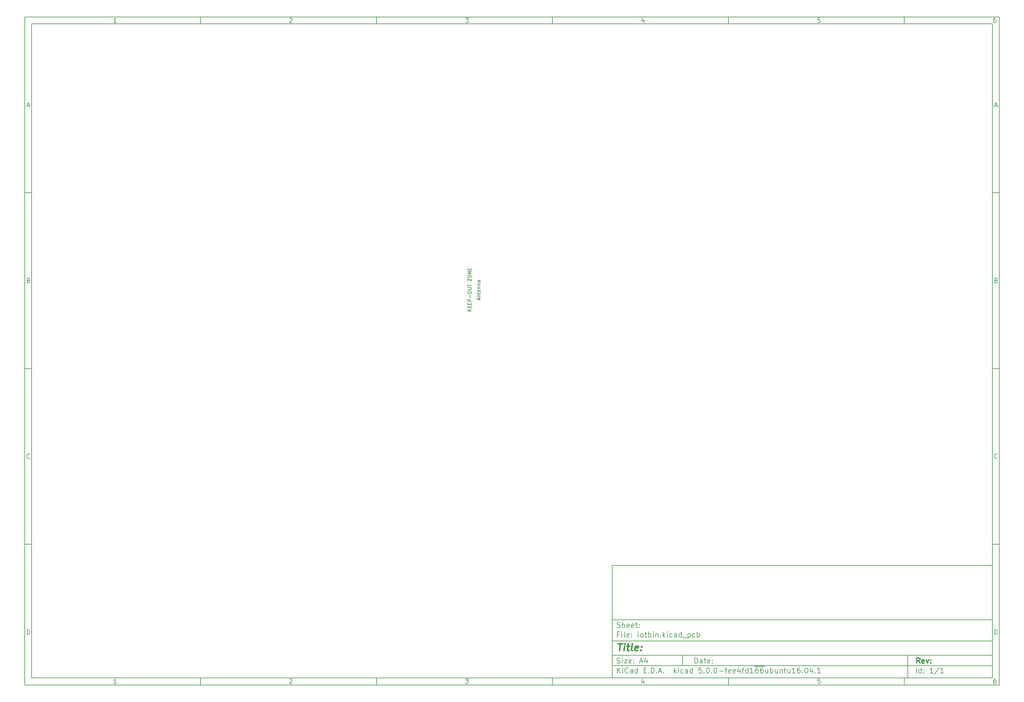
<source format=gbr>
G04 #@! TF.GenerationSoftware,KiCad,Pcbnew,5.0.0-fee4fd1~66~ubuntu16.04.1*
G04 #@! TF.CreationDate,2018-09-18T23:27:24+02:00*
G04 #@! TF.ProjectId,iotbin,696F7462696E2E6B696361645F706362,rev?*
G04 #@! TF.SameCoordinates,Original*
G04 #@! TF.FileFunction,Other,Comment*
%FSLAX46Y46*%
G04 Gerber Fmt 4.6, Leading zero omitted, Abs format (unit mm)*
G04 Created by KiCad (PCBNEW 5.0.0-fee4fd1~66~ubuntu16.04.1) date Tue Sep 18 23:27:24 2018*
%MOMM*%
%LPD*%
G01*
G04 APERTURE LIST*
%ADD10C,0.100000*%
%ADD11C,0.150000*%
%ADD12C,0.300000*%
%ADD13C,0.400000*%
G04 APERTURE END LIST*
D10*
D11*
X177002200Y-166007200D02*
X177002200Y-198007200D01*
X285002200Y-198007200D01*
X285002200Y-166007200D01*
X177002200Y-166007200D01*
D10*
D11*
X10000000Y-10000000D02*
X10000000Y-200007200D01*
X287002200Y-200007200D01*
X287002200Y-10000000D01*
X10000000Y-10000000D01*
D10*
D11*
X12000000Y-12000000D02*
X12000000Y-198007200D01*
X285002200Y-198007200D01*
X285002200Y-12000000D01*
X12000000Y-12000000D01*
D10*
D11*
X60000000Y-12000000D02*
X60000000Y-10000000D01*
D10*
D11*
X110000000Y-12000000D02*
X110000000Y-10000000D01*
D10*
D11*
X160000000Y-12000000D02*
X160000000Y-10000000D01*
D10*
D11*
X210000000Y-12000000D02*
X210000000Y-10000000D01*
D10*
D11*
X260000000Y-12000000D02*
X260000000Y-10000000D01*
D10*
D11*
X36065476Y-11588095D02*
X35322619Y-11588095D01*
X35694047Y-11588095D02*
X35694047Y-10288095D01*
X35570238Y-10473809D01*
X35446428Y-10597619D01*
X35322619Y-10659523D01*
D10*
D11*
X85322619Y-10411904D02*
X85384523Y-10350000D01*
X85508333Y-10288095D01*
X85817857Y-10288095D01*
X85941666Y-10350000D01*
X86003571Y-10411904D01*
X86065476Y-10535714D01*
X86065476Y-10659523D01*
X86003571Y-10845238D01*
X85260714Y-11588095D01*
X86065476Y-11588095D01*
D10*
D11*
X135260714Y-10288095D02*
X136065476Y-10288095D01*
X135632142Y-10783333D01*
X135817857Y-10783333D01*
X135941666Y-10845238D01*
X136003571Y-10907142D01*
X136065476Y-11030952D01*
X136065476Y-11340476D01*
X136003571Y-11464285D01*
X135941666Y-11526190D01*
X135817857Y-11588095D01*
X135446428Y-11588095D01*
X135322619Y-11526190D01*
X135260714Y-11464285D01*
D10*
D11*
X185941666Y-10721428D02*
X185941666Y-11588095D01*
X185632142Y-10226190D02*
X185322619Y-11154761D01*
X186127380Y-11154761D01*
D10*
D11*
X236003571Y-10288095D02*
X235384523Y-10288095D01*
X235322619Y-10907142D01*
X235384523Y-10845238D01*
X235508333Y-10783333D01*
X235817857Y-10783333D01*
X235941666Y-10845238D01*
X236003571Y-10907142D01*
X236065476Y-11030952D01*
X236065476Y-11340476D01*
X236003571Y-11464285D01*
X235941666Y-11526190D01*
X235817857Y-11588095D01*
X235508333Y-11588095D01*
X235384523Y-11526190D01*
X235322619Y-11464285D01*
D10*
D11*
X285941666Y-10288095D02*
X285694047Y-10288095D01*
X285570238Y-10350000D01*
X285508333Y-10411904D01*
X285384523Y-10597619D01*
X285322619Y-10845238D01*
X285322619Y-11340476D01*
X285384523Y-11464285D01*
X285446428Y-11526190D01*
X285570238Y-11588095D01*
X285817857Y-11588095D01*
X285941666Y-11526190D01*
X286003571Y-11464285D01*
X286065476Y-11340476D01*
X286065476Y-11030952D01*
X286003571Y-10907142D01*
X285941666Y-10845238D01*
X285817857Y-10783333D01*
X285570238Y-10783333D01*
X285446428Y-10845238D01*
X285384523Y-10907142D01*
X285322619Y-11030952D01*
D10*
D11*
X60000000Y-198007200D02*
X60000000Y-200007200D01*
D10*
D11*
X110000000Y-198007200D02*
X110000000Y-200007200D01*
D10*
D11*
X160000000Y-198007200D02*
X160000000Y-200007200D01*
D10*
D11*
X210000000Y-198007200D02*
X210000000Y-200007200D01*
D10*
D11*
X260000000Y-198007200D02*
X260000000Y-200007200D01*
D10*
D11*
X36065476Y-199595295D02*
X35322619Y-199595295D01*
X35694047Y-199595295D02*
X35694047Y-198295295D01*
X35570238Y-198481009D01*
X35446428Y-198604819D01*
X35322619Y-198666723D01*
D10*
D11*
X85322619Y-198419104D02*
X85384523Y-198357200D01*
X85508333Y-198295295D01*
X85817857Y-198295295D01*
X85941666Y-198357200D01*
X86003571Y-198419104D01*
X86065476Y-198542914D01*
X86065476Y-198666723D01*
X86003571Y-198852438D01*
X85260714Y-199595295D01*
X86065476Y-199595295D01*
D10*
D11*
X135260714Y-198295295D02*
X136065476Y-198295295D01*
X135632142Y-198790533D01*
X135817857Y-198790533D01*
X135941666Y-198852438D01*
X136003571Y-198914342D01*
X136065476Y-199038152D01*
X136065476Y-199347676D01*
X136003571Y-199471485D01*
X135941666Y-199533390D01*
X135817857Y-199595295D01*
X135446428Y-199595295D01*
X135322619Y-199533390D01*
X135260714Y-199471485D01*
D10*
D11*
X185941666Y-198728628D02*
X185941666Y-199595295D01*
X185632142Y-198233390D02*
X185322619Y-199161961D01*
X186127380Y-199161961D01*
D10*
D11*
X236003571Y-198295295D02*
X235384523Y-198295295D01*
X235322619Y-198914342D01*
X235384523Y-198852438D01*
X235508333Y-198790533D01*
X235817857Y-198790533D01*
X235941666Y-198852438D01*
X236003571Y-198914342D01*
X236065476Y-199038152D01*
X236065476Y-199347676D01*
X236003571Y-199471485D01*
X235941666Y-199533390D01*
X235817857Y-199595295D01*
X235508333Y-199595295D01*
X235384523Y-199533390D01*
X235322619Y-199471485D01*
D10*
D11*
X285941666Y-198295295D02*
X285694047Y-198295295D01*
X285570238Y-198357200D01*
X285508333Y-198419104D01*
X285384523Y-198604819D01*
X285322619Y-198852438D01*
X285322619Y-199347676D01*
X285384523Y-199471485D01*
X285446428Y-199533390D01*
X285570238Y-199595295D01*
X285817857Y-199595295D01*
X285941666Y-199533390D01*
X286003571Y-199471485D01*
X286065476Y-199347676D01*
X286065476Y-199038152D01*
X286003571Y-198914342D01*
X285941666Y-198852438D01*
X285817857Y-198790533D01*
X285570238Y-198790533D01*
X285446428Y-198852438D01*
X285384523Y-198914342D01*
X285322619Y-199038152D01*
D10*
D11*
X10000000Y-60000000D02*
X12000000Y-60000000D01*
D10*
D11*
X10000000Y-110000000D02*
X12000000Y-110000000D01*
D10*
D11*
X10000000Y-160000000D02*
X12000000Y-160000000D01*
D10*
D11*
X10690476Y-35216666D02*
X11309523Y-35216666D01*
X10566666Y-35588095D02*
X11000000Y-34288095D01*
X11433333Y-35588095D01*
D10*
D11*
X11092857Y-84907142D02*
X11278571Y-84969047D01*
X11340476Y-85030952D01*
X11402380Y-85154761D01*
X11402380Y-85340476D01*
X11340476Y-85464285D01*
X11278571Y-85526190D01*
X11154761Y-85588095D01*
X10659523Y-85588095D01*
X10659523Y-84288095D01*
X11092857Y-84288095D01*
X11216666Y-84350000D01*
X11278571Y-84411904D01*
X11340476Y-84535714D01*
X11340476Y-84659523D01*
X11278571Y-84783333D01*
X11216666Y-84845238D01*
X11092857Y-84907142D01*
X10659523Y-84907142D01*
D10*
D11*
X11402380Y-135464285D02*
X11340476Y-135526190D01*
X11154761Y-135588095D01*
X11030952Y-135588095D01*
X10845238Y-135526190D01*
X10721428Y-135402380D01*
X10659523Y-135278571D01*
X10597619Y-135030952D01*
X10597619Y-134845238D01*
X10659523Y-134597619D01*
X10721428Y-134473809D01*
X10845238Y-134350000D01*
X11030952Y-134288095D01*
X11154761Y-134288095D01*
X11340476Y-134350000D01*
X11402380Y-134411904D01*
D10*
D11*
X10659523Y-185588095D02*
X10659523Y-184288095D01*
X10969047Y-184288095D01*
X11154761Y-184350000D01*
X11278571Y-184473809D01*
X11340476Y-184597619D01*
X11402380Y-184845238D01*
X11402380Y-185030952D01*
X11340476Y-185278571D01*
X11278571Y-185402380D01*
X11154761Y-185526190D01*
X10969047Y-185588095D01*
X10659523Y-185588095D01*
D10*
D11*
X287002200Y-60000000D02*
X285002200Y-60000000D01*
D10*
D11*
X287002200Y-110000000D02*
X285002200Y-110000000D01*
D10*
D11*
X287002200Y-160000000D02*
X285002200Y-160000000D01*
D10*
D11*
X285692676Y-35216666D02*
X286311723Y-35216666D01*
X285568866Y-35588095D02*
X286002200Y-34288095D01*
X286435533Y-35588095D01*
D10*
D11*
X286095057Y-84907142D02*
X286280771Y-84969047D01*
X286342676Y-85030952D01*
X286404580Y-85154761D01*
X286404580Y-85340476D01*
X286342676Y-85464285D01*
X286280771Y-85526190D01*
X286156961Y-85588095D01*
X285661723Y-85588095D01*
X285661723Y-84288095D01*
X286095057Y-84288095D01*
X286218866Y-84350000D01*
X286280771Y-84411904D01*
X286342676Y-84535714D01*
X286342676Y-84659523D01*
X286280771Y-84783333D01*
X286218866Y-84845238D01*
X286095057Y-84907142D01*
X285661723Y-84907142D01*
D10*
D11*
X286404580Y-135464285D02*
X286342676Y-135526190D01*
X286156961Y-135588095D01*
X286033152Y-135588095D01*
X285847438Y-135526190D01*
X285723628Y-135402380D01*
X285661723Y-135278571D01*
X285599819Y-135030952D01*
X285599819Y-134845238D01*
X285661723Y-134597619D01*
X285723628Y-134473809D01*
X285847438Y-134350000D01*
X286033152Y-134288095D01*
X286156961Y-134288095D01*
X286342676Y-134350000D01*
X286404580Y-134411904D01*
D10*
D11*
X285661723Y-185588095D02*
X285661723Y-184288095D01*
X285971247Y-184288095D01*
X286156961Y-184350000D01*
X286280771Y-184473809D01*
X286342676Y-184597619D01*
X286404580Y-184845238D01*
X286404580Y-185030952D01*
X286342676Y-185278571D01*
X286280771Y-185402380D01*
X286156961Y-185526190D01*
X285971247Y-185588095D01*
X285661723Y-185588095D01*
D10*
D11*
X200434342Y-193785771D02*
X200434342Y-192285771D01*
X200791485Y-192285771D01*
X201005771Y-192357200D01*
X201148628Y-192500057D01*
X201220057Y-192642914D01*
X201291485Y-192928628D01*
X201291485Y-193142914D01*
X201220057Y-193428628D01*
X201148628Y-193571485D01*
X201005771Y-193714342D01*
X200791485Y-193785771D01*
X200434342Y-193785771D01*
X202577200Y-193785771D02*
X202577200Y-193000057D01*
X202505771Y-192857200D01*
X202362914Y-192785771D01*
X202077200Y-192785771D01*
X201934342Y-192857200D01*
X202577200Y-193714342D02*
X202434342Y-193785771D01*
X202077200Y-193785771D01*
X201934342Y-193714342D01*
X201862914Y-193571485D01*
X201862914Y-193428628D01*
X201934342Y-193285771D01*
X202077200Y-193214342D01*
X202434342Y-193214342D01*
X202577200Y-193142914D01*
X203077200Y-192785771D02*
X203648628Y-192785771D01*
X203291485Y-192285771D02*
X203291485Y-193571485D01*
X203362914Y-193714342D01*
X203505771Y-193785771D01*
X203648628Y-193785771D01*
X204720057Y-193714342D02*
X204577200Y-193785771D01*
X204291485Y-193785771D01*
X204148628Y-193714342D01*
X204077200Y-193571485D01*
X204077200Y-193000057D01*
X204148628Y-192857200D01*
X204291485Y-192785771D01*
X204577200Y-192785771D01*
X204720057Y-192857200D01*
X204791485Y-193000057D01*
X204791485Y-193142914D01*
X204077200Y-193285771D01*
X205434342Y-193642914D02*
X205505771Y-193714342D01*
X205434342Y-193785771D01*
X205362914Y-193714342D01*
X205434342Y-193642914D01*
X205434342Y-193785771D01*
X205434342Y-192857200D02*
X205505771Y-192928628D01*
X205434342Y-193000057D01*
X205362914Y-192928628D01*
X205434342Y-192857200D01*
X205434342Y-193000057D01*
D10*
D11*
X177002200Y-194507200D02*
X285002200Y-194507200D01*
D10*
D11*
X178434342Y-196585771D02*
X178434342Y-195085771D01*
X179291485Y-196585771D02*
X178648628Y-195728628D01*
X179291485Y-195085771D02*
X178434342Y-195942914D01*
X179934342Y-196585771D02*
X179934342Y-195585771D01*
X179934342Y-195085771D02*
X179862914Y-195157200D01*
X179934342Y-195228628D01*
X180005771Y-195157200D01*
X179934342Y-195085771D01*
X179934342Y-195228628D01*
X181505771Y-196442914D02*
X181434342Y-196514342D01*
X181220057Y-196585771D01*
X181077200Y-196585771D01*
X180862914Y-196514342D01*
X180720057Y-196371485D01*
X180648628Y-196228628D01*
X180577200Y-195942914D01*
X180577200Y-195728628D01*
X180648628Y-195442914D01*
X180720057Y-195300057D01*
X180862914Y-195157200D01*
X181077200Y-195085771D01*
X181220057Y-195085771D01*
X181434342Y-195157200D01*
X181505771Y-195228628D01*
X182791485Y-196585771D02*
X182791485Y-195800057D01*
X182720057Y-195657200D01*
X182577200Y-195585771D01*
X182291485Y-195585771D01*
X182148628Y-195657200D01*
X182791485Y-196514342D02*
X182648628Y-196585771D01*
X182291485Y-196585771D01*
X182148628Y-196514342D01*
X182077200Y-196371485D01*
X182077200Y-196228628D01*
X182148628Y-196085771D01*
X182291485Y-196014342D01*
X182648628Y-196014342D01*
X182791485Y-195942914D01*
X184148628Y-196585771D02*
X184148628Y-195085771D01*
X184148628Y-196514342D02*
X184005771Y-196585771D01*
X183720057Y-196585771D01*
X183577200Y-196514342D01*
X183505771Y-196442914D01*
X183434342Y-196300057D01*
X183434342Y-195871485D01*
X183505771Y-195728628D01*
X183577200Y-195657200D01*
X183720057Y-195585771D01*
X184005771Y-195585771D01*
X184148628Y-195657200D01*
X186005771Y-195800057D02*
X186505771Y-195800057D01*
X186720057Y-196585771D02*
X186005771Y-196585771D01*
X186005771Y-195085771D01*
X186720057Y-195085771D01*
X187362914Y-196442914D02*
X187434342Y-196514342D01*
X187362914Y-196585771D01*
X187291485Y-196514342D01*
X187362914Y-196442914D01*
X187362914Y-196585771D01*
X188077200Y-196585771D02*
X188077200Y-195085771D01*
X188434342Y-195085771D01*
X188648628Y-195157200D01*
X188791485Y-195300057D01*
X188862914Y-195442914D01*
X188934342Y-195728628D01*
X188934342Y-195942914D01*
X188862914Y-196228628D01*
X188791485Y-196371485D01*
X188648628Y-196514342D01*
X188434342Y-196585771D01*
X188077200Y-196585771D01*
X189577200Y-196442914D02*
X189648628Y-196514342D01*
X189577200Y-196585771D01*
X189505771Y-196514342D01*
X189577200Y-196442914D01*
X189577200Y-196585771D01*
X190220057Y-196157200D02*
X190934342Y-196157200D01*
X190077200Y-196585771D02*
X190577200Y-195085771D01*
X191077200Y-196585771D01*
X191577200Y-196442914D02*
X191648628Y-196514342D01*
X191577200Y-196585771D01*
X191505771Y-196514342D01*
X191577200Y-196442914D01*
X191577200Y-196585771D01*
X194577200Y-196585771D02*
X194577200Y-195085771D01*
X194720057Y-196014342D02*
X195148628Y-196585771D01*
X195148628Y-195585771D02*
X194577200Y-196157200D01*
X195791485Y-196585771D02*
X195791485Y-195585771D01*
X195791485Y-195085771D02*
X195720057Y-195157200D01*
X195791485Y-195228628D01*
X195862914Y-195157200D01*
X195791485Y-195085771D01*
X195791485Y-195228628D01*
X197148628Y-196514342D02*
X197005771Y-196585771D01*
X196720057Y-196585771D01*
X196577200Y-196514342D01*
X196505771Y-196442914D01*
X196434342Y-196300057D01*
X196434342Y-195871485D01*
X196505771Y-195728628D01*
X196577200Y-195657200D01*
X196720057Y-195585771D01*
X197005771Y-195585771D01*
X197148628Y-195657200D01*
X198434342Y-196585771D02*
X198434342Y-195800057D01*
X198362914Y-195657200D01*
X198220057Y-195585771D01*
X197934342Y-195585771D01*
X197791485Y-195657200D01*
X198434342Y-196514342D02*
X198291485Y-196585771D01*
X197934342Y-196585771D01*
X197791485Y-196514342D01*
X197720057Y-196371485D01*
X197720057Y-196228628D01*
X197791485Y-196085771D01*
X197934342Y-196014342D01*
X198291485Y-196014342D01*
X198434342Y-195942914D01*
X199791485Y-196585771D02*
X199791485Y-195085771D01*
X199791485Y-196514342D02*
X199648628Y-196585771D01*
X199362914Y-196585771D01*
X199220057Y-196514342D01*
X199148628Y-196442914D01*
X199077200Y-196300057D01*
X199077200Y-195871485D01*
X199148628Y-195728628D01*
X199220057Y-195657200D01*
X199362914Y-195585771D01*
X199648628Y-195585771D01*
X199791485Y-195657200D01*
X202362914Y-195085771D02*
X201648628Y-195085771D01*
X201577200Y-195800057D01*
X201648628Y-195728628D01*
X201791485Y-195657200D01*
X202148628Y-195657200D01*
X202291485Y-195728628D01*
X202362914Y-195800057D01*
X202434342Y-195942914D01*
X202434342Y-196300057D01*
X202362914Y-196442914D01*
X202291485Y-196514342D01*
X202148628Y-196585771D01*
X201791485Y-196585771D01*
X201648628Y-196514342D01*
X201577200Y-196442914D01*
X203077200Y-196442914D02*
X203148628Y-196514342D01*
X203077200Y-196585771D01*
X203005771Y-196514342D01*
X203077200Y-196442914D01*
X203077200Y-196585771D01*
X204077200Y-195085771D02*
X204220057Y-195085771D01*
X204362914Y-195157200D01*
X204434342Y-195228628D01*
X204505771Y-195371485D01*
X204577200Y-195657200D01*
X204577200Y-196014342D01*
X204505771Y-196300057D01*
X204434342Y-196442914D01*
X204362914Y-196514342D01*
X204220057Y-196585771D01*
X204077200Y-196585771D01*
X203934342Y-196514342D01*
X203862914Y-196442914D01*
X203791485Y-196300057D01*
X203720057Y-196014342D01*
X203720057Y-195657200D01*
X203791485Y-195371485D01*
X203862914Y-195228628D01*
X203934342Y-195157200D01*
X204077200Y-195085771D01*
X205220057Y-196442914D02*
X205291485Y-196514342D01*
X205220057Y-196585771D01*
X205148628Y-196514342D01*
X205220057Y-196442914D01*
X205220057Y-196585771D01*
X206220057Y-195085771D02*
X206362914Y-195085771D01*
X206505771Y-195157200D01*
X206577200Y-195228628D01*
X206648628Y-195371485D01*
X206720057Y-195657200D01*
X206720057Y-196014342D01*
X206648628Y-196300057D01*
X206577200Y-196442914D01*
X206505771Y-196514342D01*
X206362914Y-196585771D01*
X206220057Y-196585771D01*
X206077200Y-196514342D01*
X206005771Y-196442914D01*
X205934342Y-196300057D01*
X205862914Y-196014342D01*
X205862914Y-195657200D01*
X205934342Y-195371485D01*
X206005771Y-195228628D01*
X206077200Y-195157200D01*
X206220057Y-195085771D01*
X207362914Y-196014342D02*
X208505771Y-196014342D01*
X209005771Y-195585771D02*
X209577200Y-195585771D01*
X209220057Y-196585771D02*
X209220057Y-195300057D01*
X209291485Y-195157200D01*
X209434342Y-195085771D01*
X209577200Y-195085771D01*
X210648628Y-196514342D02*
X210505771Y-196585771D01*
X210220057Y-196585771D01*
X210077200Y-196514342D01*
X210005771Y-196371485D01*
X210005771Y-195800057D01*
X210077200Y-195657200D01*
X210220057Y-195585771D01*
X210505771Y-195585771D01*
X210648628Y-195657200D01*
X210720057Y-195800057D01*
X210720057Y-195942914D01*
X210005771Y-196085771D01*
X211934342Y-196514342D02*
X211791485Y-196585771D01*
X211505771Y-196585771D01*
X211362914Y-196514342D01*
X211291485Y-196371485D01*
X211291485Y-195800057D01*
X211362914Y-195657200D01*
X211505771Y-195585771D01*
X211791485Y-195585771D01*
X211934342Y-195657200D01*
X212005771Y-195800057D01*
X212005771Y-195942914D01*
X211291485Y-196085771D01*
X213291485Y-195585771D02*
X213291485Y-196585771D01*
X212934342Y-195014342D02*
X212577200Y-196085771D01*
X213505771Y-196085771D01*
X213862914Y-195585771D02*
X214434342Y-195585771D01*
X214077200Y-196585771D02*
X214077200Y-195300057D01*
X214148628Y-195157200D01*
X214291485Y-195085771D01*
X214434342Y-195085771D01*
X215577200Y-196585771D02*
X215577200Y-195085771D01*
X215577200Y-196514342D02*
X215434342Y-196585771D01*
X215148628Y-196585771D01*
X215005771Y-196514342D01*
X214934342Y-196442914D01*
X214862914Y-196300057D01*
X214862914Y-195871485D01*
X214934342Y-195728628D01*
X215005771Y-195657200D01*
X215148628Y-195585771D01*
X215434342Y-195585771D01*
X215577200Y-195657200D01*
X217077200Y-196585771D02*
X216220057Y-196585771D01*
X216648628Y-196585771D02*
X216648628Y-195085771D01*
X216505771Y-195300057D01*
X216362914Y-195442914D01*
X216220057Y-195514342D01*
X217362914Y-194677200D02*
X218791485Y-194677200D01*
X218362914Y-195085771D02*
X218077200Y-195085771D01*
X217934342Y-195157200D01*
X217862914Y-195228628D01*
X217720057Y-195442914D01*
X217648628Y-195728628D01*
X217648628Y-196300057D01*
X217720057Y-196442914D01*
X217791485Y-196514342D01*
X217934342Y-196585771D01*
X218220057Y-196585771D01*
X218362914Y-196514342D01*
X218434342Y-196442914D01*
X218505771Y-196300057D01*
X218505771Y-195942914D01*
X218434342Y-195800057D01*
X218362914Y-195728628D01*
X218220057Y-195657200D01*
X217934342Y-195657200D01*
X217791485Y-195728628D01*
X217720057Y-195800057D01*
X217648628Y-195942914D01*
X218791485Y-194677200D02*
X220220057Y-194677200D01*
X219791485Y-195085771D02*
X219505771Y-195085771D01*
X219362914Y-195157200D01*
X219291485Y-195228628D01*
X219148628Y-195442914D01*
X219077200Y-195728628D01*
X219077200Y-196300057D01*
X219148628Y-196442914D01*
X219220057Y-196514342D01*
X219362914Y-196585771D01*
X219648628Y-196585771D01*
X219791485Y-196514342D01*
X219862914Y-196442914D01*
X219934342Y-196300057D01*
X219934342Y-195942914D01*
X219862914Y-195800057D01*
X219791485Y-195728628D01*
X219648628Y-195657200D01*
X219362914Y-195657200D01*
X219220057Y-195728628D01*
X219148628Y-195800057D01*
X219077200Y-195942914D01*
X221220057Y-195585771D02*
X221220057Y-196585771D01*
X220577200Y-195585771D02*
X220577200Y-196371485D01*
X220648628Y-196514342D01*
X220791485Y-196585771D01*
X221005771Y-196585771D01*
X221148628Y-196514342D01*
X221220057Y-196442914D01*
X221934342Y-196585771D02*
X221934342Y-195085771D01*
X221934342Y-195657200D02*
X222077200Y-195585771D01*
X222362914Y-195585771D01*
X222505771Y-195657200D01*
X222577200Y-195728628D01*
X222648628Y-195871485D01*
X222648628Y-196300057D01*
X222577200Y-196442914D01*
X222505771Y-196514342D01*
X222362914Y-196585771D01*
X222077200Y-196585771D01*
X221934342Y-196514342D01*
X223934342Y-195585771D02*
X223934342Y-196585771D01*
X223291485Y-195585771D02*
X223291485Y-196371485D01*
X223362914Y-196514342D01*
X223505771Y-196585771D01*
X223720057Y-196585771D01*
X223862914Y-196514342D01*
X223934342Y-196442914D01*
X224648628Y-195585771D02*
X224648628Y-196585771D01*
X224648628Y-195728628D02*
X224720057Y-195657200D01*
X224862914Y-195585771D01*
X225077200Y-195585771D01*
X225220057Y-195657200D01*
X225291485Y-195800057D01*
X225291485Y-196585771D01*
X225791485Y-195585771D02*
X226362914Y-195585771D01*
X226005771Y-195085771D02*
X226005771Y-196371485D01*
X226077200Y-196514342D01*
X226220057Y-196585771D01*
X226362914Y-196585771D01*
X227505771Y-195585771D02*
X227505771Y-196585771D01*
X226862914Y-195585771D02*
X226862914Y-196371485D01*
X226934342Y-196514342D01*
X227077200Y-196585771D01*
X227291485Y-196585771D01*
X227434342Y-196514342D01*
X227505771Y-196442914D01*
X229005771Y-196585771D02*
X228148628Y-196585771D01*
X228577200Y-196585771D02*
X228577200Y-195085771D01*
X228434342Y-195300057D01*
X228291485Y-195442914D01*
X228148628Y-195514342D01*
X230291485Y-195085771D02*
X230005771Y-195085771D01*
X229862914Y-195157200D01*
X229791485Y-195228628D01*
X229648628Y-195442914D01*
X229577200Y-195728628D01*
X229577200Y-196300057D01*
X229648628Y-196442914D01*
X229720057Y-196514342D01*
X229862914Y-196585771D01*
X230148628Y-196585771D01*
X230291485Y-196514342D01*
X230362914Y-196442914D01*
X230434342Y-196300057D01*
X230434342Y-195942914D01*
X230362914Y-195800057D01*
X230291485Y-195728628D01*
X230148628Y-195657200D01*
X229862914Y-195657200D01*
X229720057Y-195728628D01*
X229648628Y-195800057D01*
X229577200Y-195942914D01*
X231077200Y-196442914D02*
X231148628Y-196514342D01*
X231077200Y-196585771D01*
X231005771Y-196514342D01*
X231077200Y-196442914D01*
X231077200Y-196585771D01*
X232077200Y-195085771D02*
X232220057Y-195085771D01*
X232362914Y-195157200D01*
X232434342Y-195228628D01*
X232505771Y-195371485D01*
X232577200Y-195657200D01*
X232577200Y-196014342D01*
X232505771Y-196300057D01*
X232434342Y-196442914D01*
X232362914Y-196514342D01*
X232220057Y-196585771D01*
X232077200Y-196585771D01*
X231934342Y-196514342D01*
X231862914Y-196442914D01*
X231791485Y-196300057D01*
X231720057Y-196014342D01*
X231720057Y-195657200D01*
X231791485Y-195371485D01*
X231862914Y-195228628D01*
X231934342Y-195157200D01*
X232077200Y-195085771D01*
X233862914Y-195585771D02*
X233862914Y-196585771D01*
X233505771Y-195014342D02*
X233148628Y-196085771D01*
X234077200Y-196085771D01*
X234648628Y-196442914D02*
X234720057Y-196514342D01*
X234648628Y-196585771D01*
X234577200Y-196514342D01*
X234648628Y-196442914D01*
X234648628Y-196585771D01*
X236148628Y-196585771D02*
X235291485Y-196585771D01*
X235720057Y-196585771D02*
X235720057Y-195085771D01*
X235577200Y-195300057D01*
X235434342Y-195442914D01*
X235291485Y-195514342D01*
D10*
D11*
X177002200Y-191507200D02*
X285002200Y-191507200D01*
D10*
D12*
X264411485Y-193785771D02*
X263911485Y-193071485D01*
X263554342Y-193785771D02*
X263554342Y-192285771D01*
X264125771Y-192285771D01*
X264268628Y-192357200D01*
X264340057Y-192428628D01*
X264411485Y-192571485D01*
X264411485Y-192785771D01*
X264340057Y-192928628D01*
X264268628Y-193000057D01*
X264125771Y-193071485D01*
X263554342Y-193071485D01*
X265625771Y-193714342D02*
X265482914Y-193785771D01*
X265197200Y-193785771D01*
X265054342Y-193714342D01*
X264982914Y-193571485D01*
X264982914Y-193000057D01*
X265054342Y-192857200D01*
X265197200Y-192785771D01*
X265482914Y-192785771D01*
X265625771Y-192857200D01*
X265697200Y-193000057D01*
X265697200Y-193142914D01*
X264982914Y-193285771D01*
X266197200Y-192785771D02*
X266554342Y-193785771D01*
X266911485Y-192785771D01*
X267482914Y-193642914D02*
X267554342Y-193714342D01*
X267482914Y-193785771D01*
X267411485Y-193714342D01*
X267482914Y-193642914D01*
X267482914Y-193785771D01*
X267482914Y-192857200D02*
X267554342Y-192928628D01*
X267482914Y-193000057D01*
X267411485Y-192928628D01*
X267482914Y-192857200D01*
X267482914Y-193000057D01*
D10*
D11*
X178362914Y-193714342D02*
X178577200Y-193785771D01*
X178934342Y-193785771D01*
X179077200Y-193714342D01*
X179148628Y-193642914D01*
X179220057Y-193500057D01*
X179220057Y-193357200D01*
X179148628Y-193214342D01*
X179077200Y-193142914D01*
X178934342Y-193071485D01*
X178648628Y-193000057D01*
X178505771Y-192928628D01*
X178434342Y-192857200D01*
X178362914Y-192714342D01*
X178362914Y-192571485D01*
X178434342Y-192428628D01*
X178505771Y-192357200D01*
X178648628Y-192285771D01*
X179005771Y-192285771D01*
X179220057Y-192357200D01*
X179862914Y-193785771D02*
X179862914Y-192785771D01*
X179862914Y-192285771D02*
X179791485Y-192357200D01*
X179862914Y-192428628D01*
X179934342Y-192357200D01*
X179862914Y-192285771D01*
X179862914Y-192428628D01*
X180434342Y-192785771D02*
X181220057Y-192785771D01*
X180434342Y-193785771D01*
X181220057Y-193785771D01*
X182362914Y-193714342D02*
X182220057Y-193785771D01*
X181934342Y-193785771D01*
X181791485Y-193714342D01*
X181720057Y-193571485D01*
X181720057Y-193000057D01*
X181791485Y-192857200D01*
X181934342Y-192785771D01*
X182220057Y-192785771D01*
X182362914Y-192857200D01*
X182434342Y-193000057D01*
X182434342Y-193142914D01*
X181720057Y-193285771D01*
X183077200Y-193642914D02*
X183148628Y-193714342D01*
X183077200Y-193785771D01*
X183005771Y-193714342D01*
X183077200Y-193642914D01*
X183077200Y-193785771D01*
X183077200Y-192857200D02*
X183148628Y-192928628D01*
X183077200Y-193000057D01*
X183005771Y-192928628D01*
X183077200Y-192857200D01*
X183077200Y-193000057D01*
X184862914Y-193357200D02*
X185577200Y-193357200D01*
X184720057Y-193785771D02*
X185220057Y-192285771D01*
X185720057Y-193785771D01*
X186862914Y-192785771D02*
X186862914Y-193785771D01*
X186505771Y-192214342D02*
X186148628Y-193285771D01*
X187077200Y-193285771D01*
D10*
D11*
X263434342Y-196585771D02*
X263434342Y-195085771D01*
X264791485Y-196585771D02*
X264791485Y-195085771D01*
X264791485Y-196514342D02*
X264648628Y-196585771D01*
X264362914Y-196585771D01*
X264220057Y-196514342D01*
X264148628Y-196442914D01*
X264077200Y-196300057D01*
X264077200Y-195871485D01*
X264148628Y-195728628D01*
X264220057Y-195657200D01*
X264362914Y-195585771D01*
X264648628Y-195585771D01*
X264791485Y-195657200D01*
X265505771Y-196442914D02*
X265577200Y-196514342D01*
X265505771Y-196585771D01*
X265434342Y-196514342D01*
X265505771Y-196442914D01*
X265505771Y-196585771D01*
X265505771Y-195657200D02*
X265577200Y-195728628D01*
X265505771Y-195800057D01*
X265434342Y-195728628D01*
X265505771Y-195657200D01*
X265505771Y-195800057D01*
X268148628Y-196585771D02*
X267291485Y-196585771D01*
X267720057Y-196585771D02*
X267720057Y-195085771D01*
X267577200Y-195300057D01*
X267434342Y-195442914D01*
X267291485Y-195514342D01*
X269862914Y-195014342D02*
X268577200Y-196942914D01*
X271148628Y-196585771D02*
X270291485Y-196585771D01*
X270720057Y-196585771D02*
X270720057Y-195085771D01*
X270577200Y-195300057D01*
X270434342Y-195442914D01*
X270291485Y-195514342D01*
D10*
D11*
X177002200Y-187507200D02*
X285002200Y-187507200D01*
D10*
D13*
X178714580Y-188211961D02*
X179857438Y-188211961D01*
X179036009Y-190211961D02*
X179286009Y-188211961D01*
X180274104Y-190211961D02*
X180440771Y-188878628D01*
X180524104Y-188211961D02*
X180416961Y-188307200D01*
X180500295Y-188402438D01*
X180607438Y-188307200D01*
X180524104Y-188211961D01*
X180500295Y-188402438D01*
X181107438Y-188878628D02*
X181869342Y-188878628D01*
X181476485Y-188211961D02*
X181262200Y-189926247D01*
X181333628Y-190116723D01*
X181512200Y-190211961D01*
X181702676Y-190211961D01*
X182655057Y-190211961D02*
X182476485Y-190116723D01*
X182405057Y-189926247D01*
X182619342Y-188211961D01*
X184190771Y-190116723D02*
X183988390Y-190211961D01*
X183607438Y-190211961D01*
X183428866Y-190116723D01*
X183357438Y-189926247D01*
X183452676Y-189164342D01*
X183571723Y-188973866D01*
X183774104Y-188878628D01*
X184155057Y-188878628D01*
X184333628Y-188973866D01*
X184405057Y-189164342D01*
X184381247Y-189354819D01*
X183405057Y-189545295D01*
X185155057Y-190021485D02*
X185238390Y-190116723D01*
X185131247Y-190211961D01*
X185047914Y-190116723D01*
X185155057Y-190021485D01*
X185131247Y-190211961D01*
X185286009Y-188973866D02*
X185369342Y-189069104D01*
X185262200Y-189164342D01*
X185178866Y-189069104D01*
X185286009Y-188973866D01*
X185262200Y-189164342D01*
D10*
D11*
X178934342Y-185600057D02*
X178434342Y-185600057D01*
X178434342Y-186385771D02*
X178434342Y-184885771D01*
X179148628Y-184885771D01*
X179720057Y-186385771D02*
X179720057Y-185385771D01*
X179720057Y-184885771D02*
X179648628Y-184957200D01*
X179720057Y-185028628D01*
X179791485Y-184957200D01*
X179720057Y-184885771D01*
X179720057Y-185028628D01*
X180648628Y-186385771D02*
X180505771Y-186314342D01*
X180434342Y-186171485D01*
X180434342Y-184885771D01*
X181791485Y-186314342D02*
X181648628Y-186385771D01*
X181362914Y-186385771D01*
X181220057Y-186314342D01*
X181148628Y-186171485D01*
X181148628Y-185600057D01*
X181220057Y-185457200D01*
X181362914Y-185385771D01*
X181648628Y-185385771D01*
X181791485Y-185457200D01*
X181862914Y-185600057D01*
X181862914Y-185742914D01*
X181148628Y-185885771D01*
X182505771Y-186242914D02*
X182577200Y-186314342D01*
X182505771Y-186385771D01*
X182434342Y-186314342D01*
X182505771Y-186242914D01*
X182505771Y-186385771D01*
X182505771Y-185457200D02*
X182577200Y-185528628D01*
X182505771Y-185600057D01*
X182434342Y-185528628D01*
X182505771Y-185457200D01*
X182505771Y-185600057D01*
X184362914Y-186385771D02*
X184362914Y-185385771D01*
X184362914Y-184885771D02*
X184291485Y-184957200D01*
X184362914Y-185028628D01*
X184434342Y-184957200D01*
X184362914Y-184885771D01*
X184362914Y-185028628D01*
X185291485Y-186385771D02*
X185148628Y-186314342D01*
X185077200Y-186242914D01*
X185005771Y-186100057D01*
X185005771Y-185671485D01*
X185077200Y-185528628D01*
X185148628Y-185457200D01*
X185291485Y-185385771D01*
X185505771Y-185385771D01*
X185648628Y-185457200D01*
X185720057Y-185528628D01*
X185791485Y-185671485D01*
X185791485Y-186100057D01*
X185720057Y-186242914D01*
X185648628Y-186314342D01*
X185505771Y-186385771D01*
X185291485Y-186385771D01*
X186220057Y-185385771D02*
X186791485Y-185385771D01*
X186434342Y-184885771D02*
X186434342Y-186171485D01*
X186505771Y-186314342D01*
X186648628Y-186385771D01*
X186791485Y-186385771D01*
X187291485Y-186385771D02*
X187291485Y-184885771D01*
X187291485Y-185457200D02*
X187434342Y-185385771D01*
X187720057Y-185385771D01*
X187862914Y-185457200D01*
X187934342Y-185528628D01*
X188005771Y-185671485D01*
X188005771Y-186100057D01*
X187934342Y-186242914D01*
X187862914Y-186314342D01*
X187720057Y-186385771D01*
X187434342Y-186385771D01*
X187291485Y-186314342D01*
X188648628Y-186385771D02*
X188648628Y-185385771D01*
X188648628Y-184885771D02*
X188577200Y-184957200D01*
X188648628Y-185028628D01*
X188720057Y-184957200D01*
X188648628Y-184885771D01*
X188648628Y-185028628D01*
X189362914Y-185385771D02*
X189362914Y-186385771D01*
X189362914Y-185528628D02*
X189434342Y-185457200D01*
X189577200Y-185385771D01*
X189791485Y-185385771D01*
X189934342Y-185457200D01*
X190005771Y-185600057D01*
X190005771Y-186385771D01*
X190720057Y-186242914D02*
X190791485Y-186314342D01*
X190720057Y-186385771D01*
X190648628Y-186314342D01*
X190720057Y-186242914D01*
X190720057Y-186385771D01*
X191434342Y-186385771D02*
X191434342Y-184885771D01*
X191577200Y-185814342D02*
X192005771Y-186385771D01*
X192005771Y-185385771D02*
X191434342Y-185957200D01*
X192648628Y-186385771D02*
X192648628Y-185385771D01*
X192648628Y-184885771D02*
X192577200Y-184957200D01*
X192648628Y-185028628D01*
X192720057Y-184957200D01*
X192648628Y-184885771D01*
X192648628Y-185028628D01*
X194005771Y-186314342D02*
X193862914Y-186385771D01*
X193577200Y-186385771D01*
X193434342Y-186314342D01*
X193362914Y-186242914D01*
X193291485Y-186100057D01*
X193291485Y-185671485D01*
X193362914Y-185528628D01*
X193434342Y-185457200D01*
X193577200Y-185385771D01*
X193862914Y-185385771D01*
X194005771Y-185457200D01*
X195291485Y-186385771D02*
X195291485Y-185600057D01*
X195220057Y-185457200D01*
X195077200Y-185385771D01*
X194791485Y-185385771D01*
X194648628Y-185457200D01*
X195291485Y-186314342D02*
X195148628Y-186385771D01*
X194791485Y-186385771D01*
X194648628Y-186314342D01*
X194577200Y-186171485D01*
X194577200Y-186028628D01*
X194648628Y-185885771D01*
X194791485Y-185814342D01*
X195148628Y-185814342D01*
X195291485Y-185742914D01*
X196648628Y-186385771D02*
X196648628Y-184885771D01*
X196648628Y-186314342D02*
X196505771Y-186385771D01*
X196220057Y-186385771D01*
X196077200Y-186314342D01*
X196005771Y-186242914D01*
X195934342Y-186100057D01*
X195934342Y-185671485D01*
X196005771Y-185528628D01*
X196077200Y-185457200D01*
X196220057Y-185385771D01*
X196505771Y-185385771D01*
X196648628Y-185457200D01*
X197005771Y-186528628D02*
X198148628Y-186528628D01*
X198505771Y-185385771D02*
X198505771Y-186885771D01*
X198505771Y-185457200D02*
X198648628Y-185385771D01*
X198934342Y-185385771D01*
X199077200Y-185457200D01*
X199148628Y-185528628D01*
X199220057Y-185671485D01*
X199220057Y-186100057D01*
X199148628Y-186242914D01*
X199077200Y-186314342D01*
X198934342Y-186385771D01*
X198648628Y-186385771D01*
X198505771Y-186314342D01*
X200505771Y-186314342D02*
X200362914Y-186385771D01*
X200077200Y-186385771D01*
X199934342Y-186314342D01*
X199862914Y-186242914D01*
X199791485Y-186100057D01*
X199791485Y-185671485D01*
X199862914Y-185528628D01*
X199934342Y-185457200D01*
X200077200Y-185385771D01*
X200362914Y-185385771D01*
X200505771Y-185457200D01*
X201148628Y-186385771D02*
X201148628Y-184885771D01*
X201148628Y-185457200D02*
X201291485Y-185385771D01*
X201577200Y-185385771D01*
X201720057Y-185457200D01*
X201791485Y-185528628D01*
X201862914Y-185671485D01*
X201862914Y-186100057D01*
X201791485Y-186242914D01*
X201720057Y-186314342D01*
X201577200Y-186385771D01*
X201291485Y-186385771D01*
X201148628Y-186314342D01*
D10*
D11*
X177002200Y-181507200D02*
X285002200Y-181507200D01*
D10*
D11*
X178362914Y-183614342D02*
X178577200Y-183685771D01*
X178934342Y-183685771D01*
X179077200Y-183614342D01*
X179148628Y-183542914D01*
X179220057Y-183400057D01*
X179220057Y-183257200D01*
X179148628Y-183114342D01*
X179077200Y-183042914D01*
X178934342Y-182971485D01*
X178648628Y-182900057D01*
X178505771Y-182828628D01*
X178434342Y-182757200D01*
X178362914Y-182614342D01*
X178362914Y-182471485D01*
X178434342Y-182328628D01*
X178505771Y-182257200D01*
X178648628Y-182185771D01*
X179005771Y-182185771D01*
X179220057Y-182257200D01*
X179862914Y-183685771D02*
X179862914Y-182185771D01*
X180505771Y-183685771D02*
X180505771Y-182900057D01*
X180434342Y-182757200D01*
X180291485Y-182685771D01*
X180077200Y-182685771D01*
X179934342Y-182757200D01*
X179862914Y-182828628D01*
X181791485Y-183614342D02*
X181648628Y-183685771D01*
X181362914Y-183685771D01*
X181220057Y-183614342D01*
X181148628Y-183471485D01*
X181148628Y-182900057D01*
X181220057Y-182757200D01*
X181362914Y-182685771D01*
X181648628Y-182685771D01*
X181791485Y-182757200D01*
X181862914Y-182900057D01*
X181862914Y-183042914D01*
X181148628Y-183185771D01*
X183077200Y-183614342D02*
X182934342Y-183685771D01*
X182648628Y-183685771D01*
X182505771Y-183614342D01*
X182434342Y-183471485D01*
X182434342Y-182900057D01*
X182505771Y-182757200D01*
X182648628Y-182685771D01*
X182934342Y-182685771D01*
X183077200Y-182757200D01*
X183148628Y-182900057D01*
X183148628Y-183042914D01*
X182434342Y-183185771D01*
X183577200Y-182685771D02*
X184148628Y-182685771D01*
X183791485Y-182185771D02*
X183791485Y-183471485D01*
X183862914Y-183614342D01*
X184005771Y-183685771D01*
X184148628Y-183685771D01*
X184648628Y-183542914D02*
X184720057Y-183614342D01*
X184648628Y-183685771D01*
X184577200Y-183614342D01*
X184648628Y-183542914D01*
X184648628Y-183685771D01*
X184648628Y-182757200D02*
X184720057Y-182828628D01*
X184648628Y-182900057D01*
X184577200Y-182828628D01*
X184648628Y-182757200D01*
X184648628Y-182900057D01*
D10*
D11*
X197002200Y-191507200D02*
X197002200Y-194507200D01*
D10*
D11*
X261002200Y-191507200D02*
X261002200Y-198007200D01*
G04 #@! TO.C,U1*
X136952380Y-93671428D02*
X135952380Y-93671428D01*
X136952380Y-93100000D02*
X136380952Y-93528571D01*
X135952380Y-93100000D02*
X136523809Y-93671428D01*
X136428571Y-92671428D02*
X136428571Y-92338095D01*
X136952380Y-92195238D02*
X136952380Y-92671428D01*
X135952380Y-92671428D01*
X135952380Y-92195238D01*
X136428571Y-91766666D02*
X136428571Y-91433333D01*
X136952380Y-91290476D02*
X136952380Y-91766666D01*
X135952380Y-91766666D01*
X135952380Y-91290476D01*
X136952380Y-90861904D02*
X135952380Y-90861904D01*
X135952380Y-90480952D01*
X136000000Y-90385714D01*
X136047619Y-90338095D01*
X136142857Y-90290476D01*
X136285714Y-90290476D01*
X136380952Y-90338095D01*
X136428571Y-90385714D01*
X136476190Y-90480952D01*
X136476190Y-90861904D01*
X136571428Y-89861904D02*
X136571428Y-89100000D01*
X135952380Y-88433333D02*
X135952380Y-88242857D01*
X136000000Y-88147619D01*
X136095238Y-88052380D01*
X136285714Y-88004761D01*
X136619047Y-88004761D01*
X136809523Y-88052380D01*
X136904761Y-88147619D01*
X136952380Y-88242857D01*
X136952380Y-88433333D01*
X136904761Y-88528571D01*
X136809523Y-88623809D01*
X136619047Y-88671428D01*
X136285714Y-88671428D01*
X136095238Y-88623809D01*
X136000000Y-88528571D01*
X135952380Y-88433333D01*
X135952380Y-87576190D02*
X136761904Y-87576190D01*
X136857142Y-87528571D01*
X136904761Y-87480952D01*
X136952380Y-87385714D01*
X136952380Y-87195238D01*
X136904761Y-87100000D01*
X136857142Y-87052380D01*
X136761904Y-87004761D01*
X135952380Y-87004761D01*
X135952380Y-86671428D02*
X135952380Y-86100000D01*
X136952380Y-86385714D02*
X135952380Y-86385714D01*
X135952380Y-85100000D02*
X135952380Y-84433333D01*
X136952380Y-85100000D01*
X136952380Y-84433333D01*
X135952380Y-83861904D02*
X135952380Y-83671428D01*
X136000000Y-83576190D01*
X136095238Y-83480952D01*
X136285714Y-83433333D01*
X136619047Y-83433333D01*
X136809523Y-83480952D01*
X136904761Y-83576190D01*
X136952380Y-83671428D01*
X136952380Y-83861904D01*
X136904761Y-83957142D01*
X136809523Y-84052380D01*
X136619047Y-84100000D01*
X136285714Y-84100000D01*
X136095238Y-84052380D01*
X136000000Y-83957142D01*
X135952380Y-83861904D01*
X136952380Y-83004761D02*
X135952380Y-83004761D01*
X136952380Y-82433333D01*
X135952380Y-82433333D01*
X136428571Y-81957142D02*
X136428571Y-81623809D01*
X136952380Y-81480952D02*
X136952380Y-81957142D01*
X135952380Y-81957142D01*
X135952380Y-81480952D01*
X139216666Y-90451904D02*
X139216666Y-89975714D01*
X139502380Y-90547142D02*
X138502380Y-90213809D01*
X139502380Y-89880476D01*
X138835714Y-89547142D02*
X139502380Y-89547142D01*
X138930952Y-89547142D02*
X138883333Y-89499523D01*
X138835714Y-89404285D01*
X138835714Y-89261428D01*
X138883333Y-89166190D01*
X138978571Y-89118571D01*
X139502380Y-89118571D01*
X138835714Y-88785238D02*
X138835714Y-88404285D01*
X138502380Y-88642380D02*
X139359523Y-88642380D01*
X139454761Y-88594761D01*
X139502380Y-88499523D01*
X139502380Y-88404285D01*
X139454761Y-87690000D02*
X139502380Y-87785238D01*
X139502380Y-87975714D01*
X139454761Y-88070952D01*
X139359523Y-88118571D01*
X138978571Y-88118571D01*
X138883333Y-88070952D01*
X138835714Y-87975714D01*
X138835714Y-87785238D01*
X138883333Y-87690000D01*
X138978571Y-87642380D01*
X139073809Y-87642380D01*
X139169047Y-88118571D01*
X138835714Y-87213809D02*
X139502380Y-87213809D01*
X138930952Y-87213809D02*
X138883333Y-87166190D01*
X138835714Y-87070952D01*
X138835714Y-86928095D01*
X138883333Y-86832857D01*
X138978571Y-86785238D01*
X139502380Y-86785238D01*
X138835714Y-86309047D02*
X139502380Y-86309047D01*
X138930952Y-86309047D02*
X138883333Y-86261428D01*
X138835714Y-86166190D01*
X138835714Y-86023333D01*
X138883333Y-85928095D01*
X138978571Y-85880476D01*
X139502380Y-85880476D01*
X139502380Y-84975714D02*
X138978571Y-84975714D01*
X138883333Y-85023333D01*
X138835714Y-85118571D01*
X138835714Y-85309047D01*
X138883333Y-85404285D01*
X139454761Y-84975714D02*
X139502380Y-85070952D01*
X139502380Y-85309047D01*
X139454761Y-85404285D01*
X139359523Y-85451904D01*
X139264285Y-85451904D01*
X139169047Y-85404285D01*
X139121428Y-85309047D01*
X139121428Y-85070952D01*
X139073809Y-84975714D01*
G04 #@! TD*
M02*

</source>
